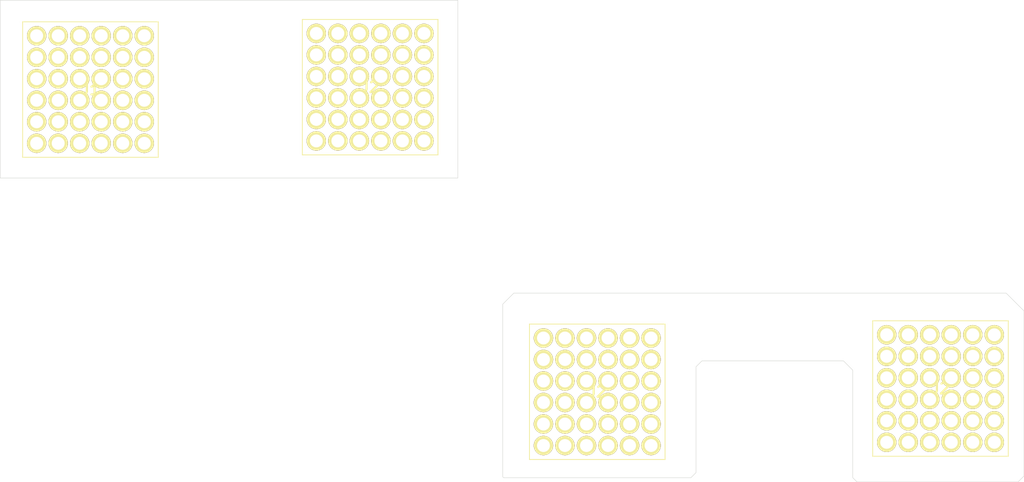
<source format=kicad_pcb>
(kicad_pcb (version 20241229) (generator "pcbnew") (generator_version "9.0")
  (layers (0 "F.Cu" signal) (2 "B.Cu" signal) (13 "F.Paste" user) (15 "B.Paste" user) (5 "F.SilkS" user "F.Silkscreen") (7 "B.SilkS" user "B.Silkscreen") (1 "F.Mask" user) (3 "B.Mask" user) (25 "Edge.Cuts" user))
  (net 0 "")
  (footprint "TerminalBlock_Wuerth:7461100" (layer "F.Cu") (at 155.1 117.6)
    (property "Reference" "J2" (at 6.35 -6.35 0) (layer "F.SilkS") (effects (font (size 1.27 1.27) (thickness 0.254))))
    (property "Value" "7461100" (hide yes))
    (fp_line (start -1.65 -14.35) (end 14.35 -14.35) (stroke (width 0.1)) (layer "F.SilkS"))
    (fp_line (start -1.65 1.65) (end -1.65 -14.35) (stroke (width 0.1)) (layer "F.SilkS"))
    (fp_line (start 14.35 -14.35) (end 14.35 1.65) (stroke (width 0.1)) (layer "F.SilkS"))
    (fp_line (start 14.35 1.65) (end -1.65 1.65) (stroke (width 0.1)) (layer "F.SilkS"))
    (pad "1" thru_hole circle (at 0 0 90) (size 2.287 2.287) (drill 1.525) (layers "*.Cu" "*.Mask" "F.SilkS"))
    (pad "2" thru_hole circle (at 2.54 0 90) (size 2.287 2.287) (drill 1.525) (layers "*.Cu" "*.Mask" "F.SilkS"))
    (pad "3" thru_hole circle (at 5.08 0 90) (size 2.287 2.287) (drill 1.525) (layers "*.Cu" "*.Mask" "F.SilkS"))
    (pad "4" thru_hole circle (at 7.62 0 90) (size 2.287 2.287) (drill 1.525) (layers "*.Cu" "*.Mask" "F.SilkS"))
    (pad "5" thru_hole circle (at 10.16 0 90) (size 2.287 2.287) (drill 1.525) (layers "*.Cu" "*.Mask" "F.SilkS"))
    (pad "6" thru_hole circle (at 12.7 0 90) (size 2.287 2.287) (drill 1.525) (layers "*.Cu" "*.Mask" "F.SilkS"))
    (pad "7" thru_hole circle (at 0 -2.54 90) (size 2.287 2.287) (drill 1.525) (layers "*.Cu" "*.Mask" "F.SilkS"))
    (pad "8" thru_hole circle (at 2.54 -2.54 90) (size 2.287 2.287) (drill 1.525) (layers "*.Cu" "*.Mask" "F.SilkS"))
    (pad "9" thru_hole circle (at 5.08 -2.54 90) (size 2.287 2.287) (drill 1.525) (layers "*.Cu" "*.Mask" "F.SilkS"))
    (pad "10" thru_hole circle (at 7.62 -2.54 90) (size 2.287 2.287) (drill 1.525) (layers "*.Cu" "*.Mask" "F.SilkS"))
    (pad "11" thru_hole circle (at 10.16 -2.54 90) (size 2.287 2.287) (drill 1.525) (layers "*.Cu" "*.Mask" "F.SilkS"))
    (pad "12" thru_hole circle (at 12.7 -2.54 90) (size 2.287 2.287) (drill 1.525) (layers "*.Cu" "*.Mask" "F.SilkS"))
    (pad "13" thru_hole circle (at 0 -5.08 90) (size 2.287 2.287) (drill 1.525) (layers "*.Cu" "*.Mask" "F.SilkS"))
    (pad "14" thru_hole circle (at 2.54 -5.08 90) (size 2.287 2.287) (drill 1.525) (layers "*.Cu" "*.Mask" "F.SilkS"))
    (pad "15" thru_hole circle (at 5.08 -5.08 90) (size 2.287 2.287) (drill 1.525) (layers "*.Cu" "*.Mask" "F.SilkS"))
    (pad "16" thru_hole circle (at 7.62 -5.08 90) (size 2.287 2.287) (drill 1.525) (layers "*.Cu" "*.Mask" "F.SilkS"))
    (pad "17" thru_hole circle (at 10.16 -5.08 90) (size 2.287 2.287) (drill 1.525) (layers "*.Cu" "*.Mask" "F.SilkS"))
    (pad "18" thru_hole circle (at 12.7 -5.08 90) (size 2.287 2.287) (drill 1.525) (layers "*.Cu" "*.Mask" "F.SilkS"))
    (pad "19" thru_hole circle (at 0 -7.62 90) (size 2.287 2.287) (drill 1.525) (layers "*.Cu" "*.Mask" "F.SilkS"))
    (pad "20" thru_hole circle (at 2.54 -7.62 90) (size 2.287 2.287) (drill 1.525) (layers "*.Cu" "*.Mask" "F.SilkS"))
    (pad "21" thru_hole circle (at 5.08 -7.62 90) (size 2.287 2.287) (drill 1.525) (layers "*.Cu" "*.Mask" "F.SilkS"))
    (pad "22" thru_hole circle (at 7.62 -7.62 90) (size 2.287 2.287) (drill 1.525) (layers "*.Cu" "*.Mask" "F.SilkS"))
    (pad "23" thru_hole circle (at 10.16 -7.62 90) (size 2.287 2.287) (drill 1.525) (layers "*.Cu" "*.Mask" "F.SilkS"))
    (pad "24" thru_hole circle (at 12.7 -7.62 90) (size 2.287 2.287) (drill 1.525) (layers "*.Cu" "*.Mask" "F.SilkS"))
    (pad "25" thru_hole circle (at 0 -10.16 90) (size 2.287 2.287) (drill 1.525) (layers "*.Cu" "*.Mask" "F.SilkS"))
    (pad "26" thru_hole circle (at 2.54 -10.16 90) (size 2.287 2.287) (drill 1.525) (layers "*.Cu" "*.Mask" "F.SilkS"))
    (pad "27" thru_hole circle (at 5.08 -10.16 90) (size 2.287 2.287) (drill 1.525) (layers "*.Cu" "*.Mask" "F.SilkS"))
    (pad "28" thru_hole circle (at 7.62 -10.16 90) (size 2.287 2.287) (drill 1.525) (layers "*.Cu" "*.Mask" "F.SilkS"))
    (pad "29" thru_hole circle (at 10.16 -10.16 90) (size 2.287 2.287) (drill 1.525) (layers "*.Cu" "*.Mask" "F.SilkS"))
    (pad "30" thru_hole circle (at 12.7 -10.16 90) (size 2.287 2.287) (drill 1.525) (layers "*.Cu" "*.Mask" "F.SilkS"))
    (pad "31" thru_hole circle (at 0 -12.7 90) (size 2.287 2.287) (drill 1.525) (layers "*.Cu" "*.Mask" "F.SilkS"))
    (pad "32" thru_hole circle (at 2.54 -12.7 90) (size 2.287 2.287) (drill 1.525) (layers "*.Cu" "*.Mask" "F.SilkS"))
    (pad "33" thru_hole circle (at 5.08 -12.7 90) (size 2.287 2.287) (drill 1.525) (layers "*.Cu" "*.Mask" "F.SilkS"))
    (pad "34" thru_hole circle (at 7.62 -12.7 90) (size 2.287 2.287) (drill 1.525) (layers "*.Cu" "*.Mask" "F.SilkS"))
    (pad "35" thru_hole circle (at 10.16 -12.7 90) (size 2.287 2.287) (drill 1.525) (layers "*.Cu" "*.Mask" "F.SilkS"))
    (pad "36" thru_hole circle (at 12.7 -12.7 90) (size 2.287 2.287) (drill 1.525) (layers "*.Cu" "*.Mask" "F.SilkS"))
  )
  (footprint "TerminalBlock_Wuerth:7461100" (layer "F.Cu") (at 95.3 81.9)
    (property "Reference" "J1" (at 6.35 -6.35 0) (layer "F.SilkS") (effects (font (size 1.27 1.27) (thickness 0.254))))
    (property "Value" "7461100" (hide yes))
    (fp_line (start -1.65 -14.35) (end 14.35 -14.35) (stroke (width 0.1)) (layer "F.SilkS"))
    (fp_line (start -1.65 1.65) (end -1.65 -14.35) (stroke (width 0.1)) (layer "F.SilkS"))
    (fp_line (start 14.35 -14.35) (end 14.35 1.65) (stroke (width 0.1)) (layer "F.SilkS"))
    (fp_line (start 14.35 1.65) (end -1.65 1.65) (stroke (width 0.1)) (layer "F.SilkS"))
    (pad "1" thru_hole circle (at 0 0 90) (size 2.287 2.287) (drill 1.525) (layers "*.Cu" "*.Mask" "F.SilkS"))
    (pad "2" thru_hole circle (at 2.54 0 90) (size 2.287 2.287) (drill 1.525) (layers "*.Cu" "*.Mask" "F.SilkS"))
    (pad "3" thru_hole circle (at 5.08 0 90) (size 2.287 2.287) (drill 1.525) (layers "*.Cu" "*.Mask" "F.SilkS"))
    (pad "4" thru_hole circle (at 7.62 0 90) (size 2.287 2.287) (drill 1.525) (layers "*.Cu" "*.Mask" "F.SilkS"))
    (pad "5" thru_hole circle (at 10.16 0 90) (size 2.287 2.287) (drill 1.525) (layers "*.Cu" "*.Mask" "F.SilkS"))
    (pad "6" thru_hole circle (at 12.7 0 90) (size 2.287 2.287) (drill 1.525) (layers "*.Cu" "*.Mask" "F.SilkS"))
    (pad "7" thru_hole circle (at 0 -2.54 90) (size 2.287 2.287) (drill 1.525) (layers "*.Cu" "*.Mask" "F.SilkS"))
    (pad "8" thru_hole circle (at 2.54 -2.54 90) (size 2.287 2.287) (drill 1.525) (layers "*.Cu" "*.Mask" "F.SilkS"))
    (pad "9" thru_hole circle (at 5.08 -2.54 90) (size 2.287 2.287) (drill 1.525) (layers "*.Cu" "*.Mask" "F.SilkS"))
    (pad "10" thru_hole circle (at 7.62 -2.54 90) (size 2.287 2.287) (drill 1.525) (layers "*.Cu" "*.Mask" "F.SilkS"))
    (pad "11" thru_hole circle (at 10.16 -2.54 90) (size 2.287 2.287) (drill 1.525) (layers "*.Cu" "*.Mask" "F.SilkS"))
    (pad "12" thru_hole circle (at 12.7 -2.54 90) (size 2.287 2.287) (drill 1.525) (layers "*.Cu" "*.Mask" "F.SilkS"))
    (pad "13" thru_hole circle (at 0 -5.08 90) (size 2.287 2.287) (drill 1.525) (layers "*.Cu" "*.Mask" "F.SilkS"))
    (pad "14" thru_hole circle (at 2.54 -5.08 90) (size 2.287 2.287) (drill 1.525) (layers "*.Cu" "*.Mask" "F.SilkS"))
    (pad "15" thru_hole circle (at 5.08 -5.08 90) (size 2.287 2.287) (drill 1.525) (layers "*.Cu" "*.Mask" "F.SilkS"))
    (pad "16" thru_hole circle (at 7.62 -5.08 90) (size 2.287 2.287) (drill 1.525) (layers "*.Cu" "*.Mask" "F.SilkS"))
    (pad "17" thru_hole circle (at 10.16 -5.08 90) (size 2.287 2.287) (drill 1.525) (layers "*.Cu" "*.Mask" "F.SilkS"))
    (pad "18" thru_hole circle (at 12.7 -5.08 90) (size 2.287 2.287) (drill 1.525) (layers "*.Cu" "*.Mask" "F.SilkS"))
    (pad "19" thru_hole circle (at 0 -7.62 90) (size 2.287 2.287) (drill 1.525) (layers "*.Cu" "*.Mask" "F.SilkS"))
    (pad "20" thru_hole circle (at 2.54 -7.62 90) (size 2.287 2.287) (drill 1.525) (layers "*.Cu" "*.Mask" "F.SilkS"))
    (pad "21" thru_hole circle (at 5.08 -7.62 90) (size 2.287 2.287) (drill 1.525) (layers "*.Cu" "*.Mask" "F.SilkS"))
    (pad "22" thru_hole circle (at 7.62 -7.62 90) (size 2.287 2.287) (drill 1.525) (layers "*.Cu" "*.Mask" "F.SilkS"))
    (pad "23" thru_hole circle (at 10.16 -7.62 90) (size 2.287 2.287) (drill 1.525) (layers "*.Cu" "*.Mask" "F.SilkS"))
    (pad "24" thru_hole circle (at 12.7 -7.62 90) (size 2.287 2.287) (drill 1.525) (layers "*.Cu" "*.Mask" "F.SilkS"))
    (pad "25" thru_hole circle (at 0 -10.16 90) (size 2.287 2.287) (drill 1.525) (layers "*.Cu" "*.Mask" "F.SilkS"))
    (pad "26" thru_hole circle (at 2.54 -10.16 90) (size 2.287 2.287) (drill 1.525) (layers "*.Cu" "*.Mask" "F.SilkS"))
    (pad "27" thru_hole circle (at 5.08 -10.16 90) (size 2.287 2.287) (drill 1.525) (layers "*.Cu" "*.Mask" "F.SilkS"))
    (pad "28" thru_hole circle (at 7.62 -10.16 90) (size 2.287 2.287) (drill 1.525) (layers "*.Cu" "*.Mask" "F.SilkS"))
    (pad "29" thru_hole circle (at 10.16 -10.16 90) (size 2.287 2.287) (drill 1.525) (layers "*.Cu" "*.Mask" "F.SilkS"))
    (pad "30" thru_hole circle (at 12.7 -10.16 90) (size 2.287 2.287) (drill 1.525) (layers "*.Cu" "*.Mask" "F.SilkS"))
    (pad "31" thru_hole circle (at 0 -12.7 90) (size 2.287 2.287) (drill 1.525) (layers "*.Cu" "*.Mask" "F.SilkS"))
    (pad "32" thru_hole circle (at 2.54 -12.7 90) (size 2.287 2.287) (drill 1.525) (layers "*.Cu" "*.Mask" "F.SilkS"))
    (pad "33" thru_hole circle (at 5.08 -12.7 90) (size 2.287 2.287) (drill 1.525) (layers "*.Cu" "*.Mask" "F.SilkS"))
    (pad "34" thru_hole circle (at 7.62 -12.7 90) (size 2.287 2.287) (drill 1.525) (layers "*.Cu" "*.Mask" "F.SilkS"))
    (pad "35" thru_hole circle (at 10.16 -12.7 90) (size 2.287 2.287) (drill 1.525) (layers "*.Cu" "*.Mask" "F.SilkS"))
    (pad "36" thru_hole circle (at 12.7 -12.7 90) (size 2.287 2.287) (drill 1.525) (layers "*.Cu" "*.Mask" "F.SilkS"))
  )
  (footprint "TerminalBlock_Wuerth:7461100" (layer "F.Cu") (at 128.3 81.62)
    (property "Reference" "J2" (at 6.35 -6.35 0) (layer "F.SilkS") (effects (font (size 1.27 1.27) (thickness 0.254))))
    (property "Value" "7461100" (hide yes))
    (fp_line (start -1.65 -14.35) (end 14.35 -14.35) (stroke (width 0.1)) (layer "F.SilkS"))
    (fp_line (start -1.65 1.65) (end -1.65 -14.35) (stroke (width 0.1)) (layer "F.SilkS"))
    (fp_line (start 14.35 -14.35) (end 14.35 1.65) (stroke (width 0.1)) (layer "F.SilkS"))
    (fp_line (start 14.35 1.65) (end -1.65 1.65) (stroke (width 0.1)) (layer "F.SilkS"))
    (pad "1" thru_hole circle (at 0 0 90) (size 2.287 2.287) (drill 1.525) (layers "*.Cu" "*.Mask" "F.SilkS"))
    (pad "2" thru_hole circle (at 2.54 0 90) (size 2.287 2.287) (drill 1.525) (layers "*.Cu" "*.Mask" "F.SilkS"))
    (pad "3" thru_hole circle (at 5.08 0 90) (size 2.287 2.287) (drill 1.525) (layers "*.Cu" "*.Mask" "F.SilkS"))
    (pad "4" thru_hole circle (at 7.62 0 90) (size 2.287 2.287) (drill 1.525) (layers "*.Cu" "*.Mask" "F.SilkS"))
    (pad "5" thru_hole circle (at 10.16 0 90) (size 2.287 2.287) (drill 1.525) (layers "*.Cu" "*.Mask" "F.SilkS"))
    (pad "6" thru_hole circle (at 12.7 0 90) (size 2.287 2.287) (drill 1.525) (layers "*.Cu" "*.Mask" "F.SilkS"))
    (pad "7" thru_hole circle (at 0 -2.54 90) (size 2.287 2.287) (drill 1.525) (layers "*.Cu" "*.Mask" "F.SilkS"))
    (pad "8" thru_hole circle (at 2.54 -2.54 90) (size 2.287 2.287) (drill 1.525) (layers "*.Cu" "*.Mask" "F.SilkS"))
    (pad "9" thru_hole circle (at 5.08 -2.54 90) (size 2.287 2.287) (drill 1.525) (layers "*.Cu" "*.Mask" "F.SilkS"))
    (pad "10" thru_hole circle (at 7.62 -2.54 90) (size 2.287 2.287) (drill 1.525) (layers "*.Cu" "*.Mask" "F.SilkS"))
    (pad "11" thru_hole circle (at 10.16 -2.54 90) (size 2.287 2.287) (drill 1.525) (layers "*.Cu" "*.Mask" "F.SilkS"))
    (pad "12" thru_hole circle (at 12.7 -2.54 90) (size 2.287 2.287) (drill 1.525) (layers "*.Cu" "*.Mask" "F.SilkS"))
    (pad "13" thru_hole circle (at 0 -5.08 90) (size 2.287 2.287) (drill 1.525) (layers "*.Cu" "*.Mask" "F.SilkS"))
    (pad "14" thru_hole circle (at 2.54 -5.08 90) (size 2.287 2.287) (drill 1.525) (layers "*.Cu" "*.Mask" "F.SilkS"))
    (pad "15" thru_hole circle (at 5.08 -5.08 90) (size 2.287 2.287) (drill 1.525) (layers "*.Cu" "*.Mask" "F.SilkS"))
    (pad "16" thru_hole circle (at 7.62 -5.08 90) (size 2.287 2.287) (drill 1.525) (layers "*.Cu" "*.Mask" "F.SilkS"))
    (pad "17" thru_hole circle (at 10.16 -5.08 90) (size 2.287 2.287) (drill 1.525) (layers "*.Cu" "*.Mask" "F.SilkS"))
    (pad "18" thru_hole circle (at 12.7 -5.08 90) (size 2.287 2.287) (drill 1.525) (layers "*.Cu" "*.Mask" "F.SilkS"))
    (pad "19" thru_hole circle (at 0 -7.62 90) (size 2.287 2.287) (drill 1.525) (layers "*.Cu" "*.Mask" "F.SilkS"))
    (pad "20" thru_hole circle (at 2.54 -7.62 90) (size 2.287 2.287) (drill 1.525) (layers "*.Cu" "*.Mask" "F.SilkS"))
    (pad "21" thru_hole circle (at 5.08 -7.62 90) (size 2.287 2.287) (drill 1.525) (layers "*.Cu" "*.Mask" "F.SilkS"))
    (pad "22" thru_hole circle (at 7.62 -7.62 90) (size 2.287 2.287) (drill 1.525) (layers "*.Cu" "*.Mask" "F.SilkS"))
    (pad "23" thru_hole circle (at 10.16 -7.62 90) (size 2.287 2.287) (drill 1.525) (layers "*.Cu" "*.Mask" "F.SilkS"))
    (pad "24" thru_hole circle (at 12.7 -7.62 90) (size 2.287 2.287) (drill 1.525) (layers "*.Cu" "*.Mask" "F.SilkS"))
    (pad "25" thru_hole circle (at 0 -10.16 90) (size 2.287 2.287) (drill 1.525) (layers "*.Cu" "*.Mask" "F.SilkS"))
    (pad "26" thru_hole circle (at 2.54 -10.16 90) (size 2.287 2.287) (drill 1.525) (layers "*.Cu" "*.Mask" "F.SilkS"))
    (pad "27" thru_hole circle (at 5.08 -10.16 90) (size 2.287 2.287) (drill 1.525) (layers "*.Cu" "*.Mask" "F.SilkS"))
    (pad "28" thru_hole circle (at 7.62 -10.16 90) (size 2.287 2.287) (drill 1.525) (layers "*.Cu" "*.Mask" "F.SilkS"))
    (pad "29" thru_hole circle (at 10.16 -10.16 90) (size 2.287 2.287) (drill 1.525) (layers "*.Cu" "*.Mask" "F.SilkS"))
    (pad "30" thru_hole circle (at 12.7 -10.16 90) (size 2.287 2.287) (drill 1.525) (layers "*.Cu" "*.Mask" "F.SilkS"))
    (pad "31" thru_hole circle (at 0 -12.7 90) (size 2.287 2.287) (drill 1.525) (layers "*.Cu" "*.Mask" "F.SilkS"))
    (pad "32" thru_hole circle (at 2.54 -12.7 90) (size 2.287 2.287) (drill 1.525) (layers "*.Cu" "*.Mask" "F.SilkS"))
    (pad "33" thru_hole circle (at 5.08 -12.7 90) (size 2.287 2.287) (drill 1.525) (layers "*.Cu" "*.Mask" "F.SilkS"))
    (pad "34" thru_hole circle (at 7.62 -12.7 90) (size 2.287 2.287) (drill 1.525) (layers "*.Cu" "*.Mask" "F.SilkS"))
    (pad "35" thru_hole circle (at 10.16 -12.7 90) (size 2.287 2.287) (drill 1.525) (layers "*.Cu" "*.Mask" "F.SilkS"))
    (pad "36" thru_hole circle (at 12.7 -12.7 90) (size 2.287 2.287) (drill 1.525) (layers "*.Cu" "*.Mask" "F.SilkS"))
  )
  (footprint "TerminalBlock_Wuerth:7461100" (layer "F.Cu") (at 195.6 117.22)
    (property "Reference" "J2" (at 6.35 -6.35 0) (layer "F.SilkS") (effects (font (size 1.27 1.27) (thickness 0.254))))
    (property "Value" "7461100" (hide yes))
    (fp_line (start -1.65 -14.35) (end 14.35 -14.35) (stroke (width 0.1)) (layer "F.SilkS"))
    (fp_line (start -1.65 1.65) (end -1.65 -14.35) (stroke (width 0.1)) (layer "F.SilkS"))
    (fp_line (start 14.35 -14.35) (end 14.35 1.65) (stroke (width 0.1)) (layer "F.SilkS"))
    (fp_line (start 14.35 1.65) (end -1.65 1.65) (stroke (width 0.1)) (layer "F.SilkS"))
    (pad "1" thru_hole circle (at 0 0 90) (size 2.287 2.287) (drill 1.525) (layers "*.Cu" "*.Mask" "F.SilkS"))
    (pad "2" thru_hole circle (at 2.54 0 90) (size 2.287 2.287) (drill 1.525) (layers "*.Cu" "*.Mask" "F.SilkS"))
    (pad "3" thru_hole circle (at 5.08 0 90) (size 2.287 2.287) (drill 1.525) (layers "*.Cu" "*.Mask" "F.SilkS"))
    (pad "4" thru_hole circle (at 7.62 0 90) (size 2.287 2.287) (drill 1.525) (layers "*.Cu" "*.Mask" "F.SilkS"))
    (pad "5" thru_hole circle (at 10.16 0 90) (size 2.287 2.287) (drill 1.525) (layers "*.Cu" "*.Mask" "F.SilkS"))
    (pad "6" thru_hole circle (at 12.7 0 90) (size 2.287 2.287) (drill 1.525) (layers "*.Cu" "*.Mask" "F.SilkS"))
    (pad "7" thru_hole circle (at 0 -2.54 90) (size 2.287 2.287) (drill 1.525) (layers "*.Cu" "*.Mask" "F.SilkS"))
    (pad "8" thru_hole circle (at 2.54 -2.54 90) (size 2.287 2.287) (drill 1.525) (layers "*.Cu" "*.Mask" "F.SilkS"))
    (pad "9" thru_hole circle (at 5.08 -2.54 90) (size 2.287 2.287) (drill 1.525) (layers "*.Cu" "*.Mask" "F.SilkS"))
    (pad "10" thru_hole circle (at 7.62 -2.54 90) (size 2.287 2.287) (drill 1.525) (layers "*.Cu" "*.Mask" "F.SilkS"))
    (pad "11" thru_hole circle (at 10.16 -2.54 90) (size 2.287 2.287) (drill 1.525) (layers "*.Cu" "*.Mask" "F.SilkS"))
    (pad "12" thru_hole circle (at 12.7 -2.54 90) (size 2.287 2.287) (drill 1.525) (layers "*.Cu" "*.Mask" "F.SilkS"))
    (pad "13" thru_hole circle (at 0 -5.08 90) (size 2.287 2.287) (drill 1.525) (layers "*.Cu" "*.Mask" "F.SilkS"))
    (pad "14" thru_hole circle (at 2.54 -5.08 90) (size 2.287 2.287) (drill 1.525) (layers "*.Cu" "*.Mask" "F.SilkS"))
    (pad "15" thru_hole circle (at 5.08 -5.08 90) (size 2.287 2.287) (drill 1.525) (layers "*.Cu" "*.Mask" "F.SilkS"))
    (pad "16" thru_hole circle (at 7.62 -5.08 90) (size 2.287 2.287) (drill 1.525) (layers "*.Cu" "*.Mask" "F.SilkS"))
    (pad "17" thru_hole circle (at 10.16 -5.08 90) (size 2.287 2.287) (drill 1.525) (layers "*.Cu" "*.Mask" "F.SilkS"))
    (pad "18" thru_hole circle (at 12.7 -5.08 90) (size 2.287 2.287) (drill 1.525) (layers "*.Cu" "*.Mask" "F.SilkS"))
    (pad "19" thru_hole circle (at 0 -7.62 90) (size 2.287 2.287) (drill 1.525) (layers "*.Cu" "*.Mask" "F.SilkS"))
    (pad "20" thru_hole circle (at 2.54 -7.62 90) (size 2.287 2.287) (drill 1.525) (layers "*.Cu" "*.Mask" "F.SilkS"))
    (pad "21" thru_hole circle (at 5.08 -7.62 90) (size 2.287 2.287) (drill 1.525) (layers "*.Cu" "*.Mask" "F.SilkS"))
    (pad "22" thru_hole circle (at 7.62 -7.62 90) (size 2.287 2.287) (drill 1.525) (layers "*.Cu" "*.Mask" "F.SilkS"))
    (pad "23" thru_hole circle (at 10.16 -7.62 90) (size 2.287 2.287) (drill 1.525) (layers "*.Cu" "*.Mask" "F.SilkS"))
    (pad "24" thru_hole circle (at 12.7 -7.62 90) (size 2.287 2.287) (drill 1.525) (layers "*.Cu" "*.Mask" "F.SilkS"))
    (pad "25" thru_hole circle (at 0 -10.16 90) (size 2.287 2.287) (drill 1.525) (layers "*.Cu" "*.Mask" "F.SilkS"))
    (pad "26" thru_hole circle (at 2.54 -10.16 90) (size 2.287 2.287) (drill 1.525) (layers "*.Cu" "*.Mask" "F.SilkS"))
    (pad "27" thru_hole circle (at 5.08 -10.16 90) (size 2.287 2.287) (drill 1.525) (layers "*.Cu" "*.Mask" "F.SilkS"))
    (pad "28" thru_hole circle (at 7.62 -10.16 90) (size 2.287 2.287) (drill 1.525) (layers "*.Cu" "*.Mask" "F.SilkS"))
    (pad "29" thru_hole circle (at 10.16 -10.16 90) (size 2.287 2.287) (drill 1.525) (layers "*.Cu" "*.Mask" "F.SilkS"))
    (pad "30" thru_hole circle (at 12.7 -10.16 90) (size 2.287 2.287) (drill 1.525) (layers "*.Cu" "*.Mask" "F.SilkS"))
    (pad "31" thru_hole circle (at 0 -12.7 90) (size 2.287 2.287) (drill 1.525) (layers "*.Cu" "*.Mask" "F.SilkS"))
    (pad "32" thru_hole circle (at 2.54 -12.7 90) (size 2.287 2.287) (drill 1.525) (layers "*.Cu" "*.Mask" "F.SilkS"))
    (pad "33" thru_hole circle (at 5.08 -12.7 90) (size 2.287 2.287) (drill 1.525) (layers "*.Cu" "*.Mask" "F.SilkS"))
    (pad "34" thru_hole circle (at 7.62 -12.7 90) (size 2.287 2.287) (drill 1.525) (layers "*.Cu" "*.Mask" "F.SilkS"))
    (pad "35" thru_hole circle (at 10.16 -12.7 90) (size 2.287 2.287) (drill 1.525) (layers "*.Cu" "*.Mask" "F.SilkS"))
    (pad "36" thru_hole circle (at 12.7 -12.7 90) (size 2.287 2.287) (drill 1.525) (layers "*.Cu" "*.Mask" "F.SilkS"))
  )
  (gr_rect (start 91 65) (end 145 86) (stroke (width 0.05)) (fill no) (layer "Edge.Cuts"))
  (gr_poly (pts (xy 150.4 121.4) (xy 172.5 121.4) (xy 173.1 120.8) (xy 173.1 108.3) (xy 173.8 107.6) (xy 190.5 107.6) (xy 191.6 108.7) (xy 191.6 121.4) (xy 192.1 121.9) (xy 211.1 121.9) (xy 211.8 121.2) (xy 211.8 101.7) (xy 209.7 99.6) (xy 151.6 99.6) (xy 150.3 100.9) (xy 150.3 121.3)) (stroke (width 0.05)) (fill no) (layer "Edge.Cuts"))
)
</source>
